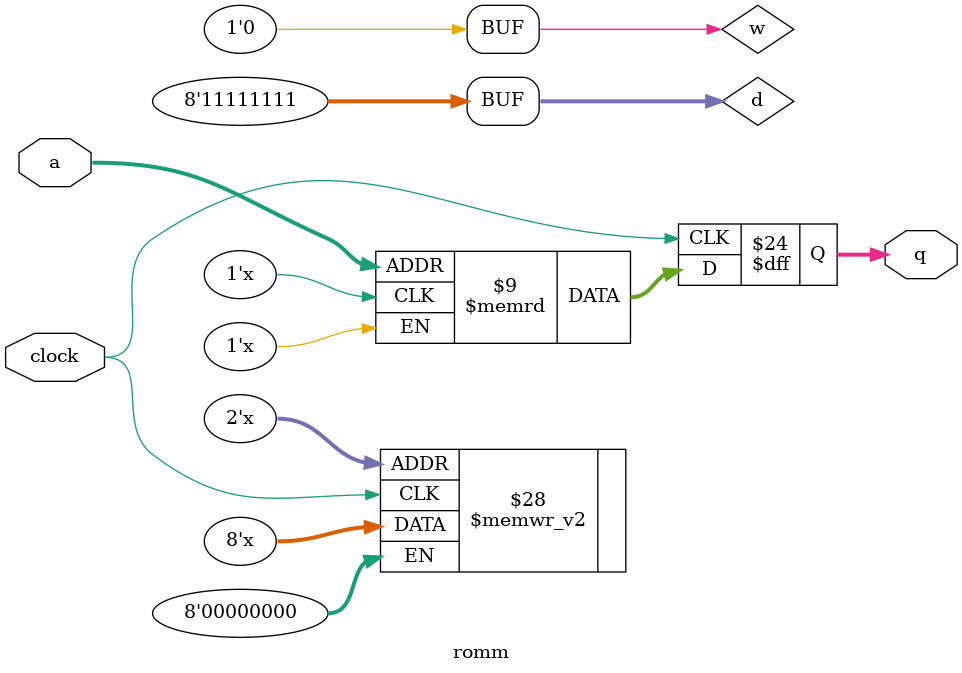
<source format=v>
module romm
//-------------------------------------------------------------------------------------------------
#
(
	parameter KB = 0,
	parameter FN = ""
)
(
	input  wire                      clock,
	input  wire[$clog2(KB*1024)-1:0] a,
	output reg [                7:0] q
);
//-------------------------------------------------------------------------------------------------

(* ram_init_file = FN *) reg[7:0] mem[0:(KB*1024)-1];

reg[7:0] d = 8'hFF;
reg      w = 1'b0;

always @(posedge clock) if(w) begin mem[a] <= d; q <= d; end else q <= mem[a];

//-------------------------------------------------------------------------------------------------
endmodule
//-------------------------------------------------------------------------------------------------

</source>
